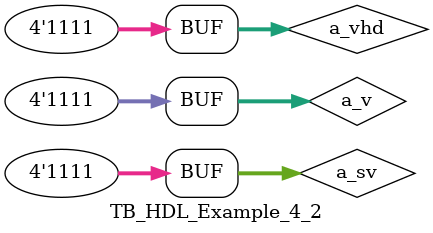
<source format=sv>
module TB_HDL_Example_4_2();
logic [3:0] a_sv, y_sv, a_v, y_v, a_vhd, y_vhd;
// instantiate device under test
inv_top dut(a_sv, y_sv, a_v, y_v, a_vhd, y_vhd);
// apply inputs one at a time
initial begin

//a_sv = 4'b0000; a_v = 4'b0000; a_vhd = 4'b0000; #10; //bin
a_sv = 4'd0; a_v = 4'd0; a_vhd = 4'd0; #10; // dec
//a_sv = 4h0; a_v = 4h0; a_vhd = 4h0; #10; // hex

a_sv = 4'd0; a_v = 3'd0; a_vhd = 3'd0; #10; //dec
a_sv = 4'd1; a_v = 3'd1; a_vhd = 3'd1; #10; //dec
a_sv = 4'd2; a_v = 3'd2; a_vhd = 3'd2; #10; //dec
a_sv = 4'd3; a_v = 3'd3; a_vhd = 3'd3; #10; //dec
a_sv = 4'd4; a_v = 3'd4; a_vhd = 3'd4; #10; //dec
a_sv = 4'd5; a_v = 3'd5; a_vhd = 3'd5; #10; //dec
a_sv = 4'd6; a_v = 3'd6; a_vhd = 3'd6; #10; //dec
a_sv = 4'd7; a_v = 3'd7; a_vhd = 3'd7; #10; //dec

a_sv = 4'd8; a_v = 4'd8; a_vhd = 4'd8; #10; //dec
a_sv = 4'd9; a_v = 4'd9; a_vhd = 4'd9; #10; //dec
a_sv = 4'd10; a_v = 4'd10; a_vhd = 4'd10; #10; //dec
a_sv = 4'd11; a_v = 4'd11; a_vhd = 4'd11; #10; //dec
a_sv = 4'd12; a_v = 4'd12; a_vhd = 4'd12; #10; //dec
a_sv = 4'd13; a_v = 4'd13; a_vhd = 4'd13; #10; //dec
a_sv = 4'd14; a_v = 4'd14; a_vhd = 4'd14; #10; //dec
a_sv = 4'd15; a_v = 4'd15; a_vhd = 4'd15; #10; //dec


end
endmodule
</source>
